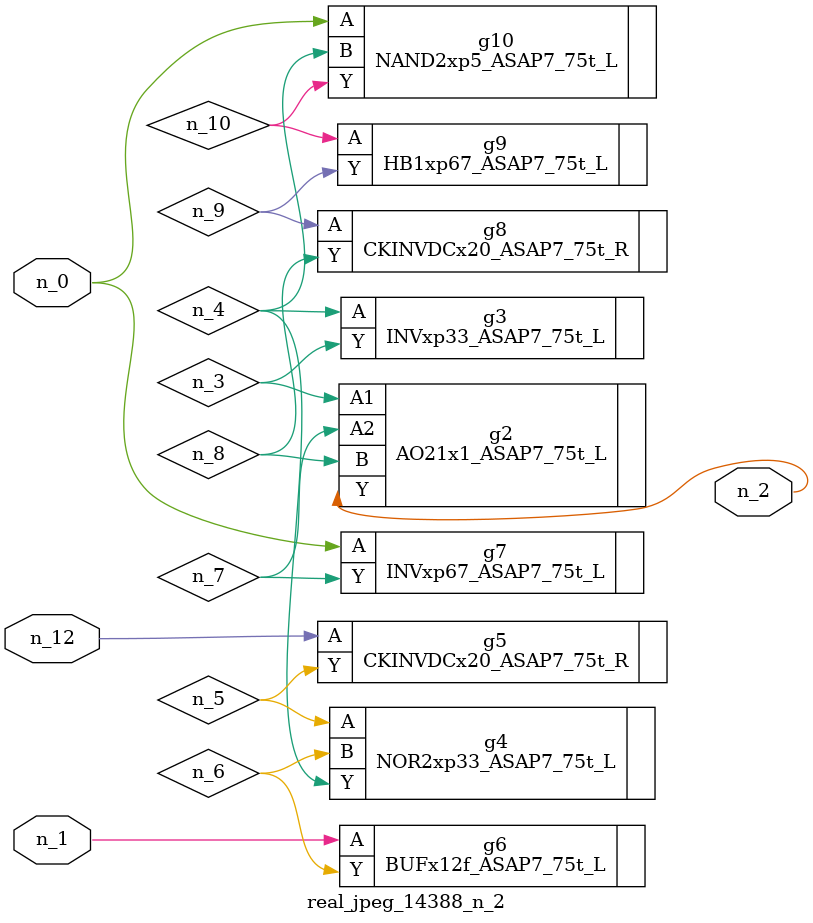
<source format=v>
module real_jpeg_14388_n_2 (n_12, n_1, n_0, n_2);

input n_12;
input n_1;
input n_0;

output n_2;

wire n_5;
wire n_4;
wire n_8;
wire n_6;
wire n_7;
wire n_3;
wire n_10;
wire n_9;

INVxp67_ASAP7_75t_L g7 ( 
.A(n_0),
.Y(n_7)
);

NAND2xp5_ASAP7_75t_L g10 ( 
.A(n_0),
.B(n_4),
.Y(n_10)
);

BUFx12f_ASAP7_75t_L g6 ( 
.A(n_1),
.Y(n_6)
);

AO21x1_ASAP7_75t_L g2 ( 
.A1(n_3),
.A2(n_7),
.B(n_8),
.Y(n_2)
);

INVxp33_ASAP7_75t_L g3 ( 
.A(n_4),
.Y(n_3)
);

NOR2xp33_ASAP7_75t_L g4 ( 
.A(n_5),
.B(n_6),
.Y(n_4)
);

CKINVDCx20_ASAP7_75t_R g8 ( 
.A(n_9),
.Y(n_8)
);

HB1xp67_ASAP7_75t_L g9 ( 
.A(n_10),
.Y(n_9)
);

CKINVDCx20_ASAP7_75t_R g5 ( 
.A(n_12),
.Y(n_5)
);


endmodule
</source>
